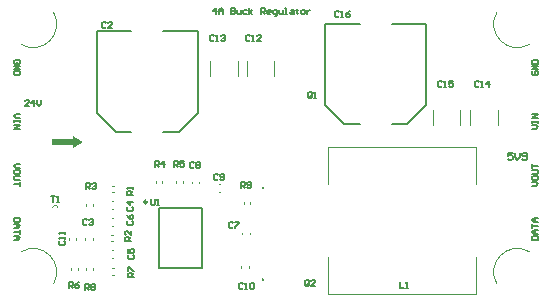
<source format=gto>
G04 Layer_Color=16777215*
%FSAX44Y44*%
%MOMM*%
G71*
G01*
G75*
%ADD24C,0.1270*%
%ADD39C,0.2500*%
%ADD40C,0.1016*%
G36*
X06934987Y08414487D02*
X06935269Y08414206D01*
X06935421Y08413839D01*
Y08413640D01*
Y08413441D01*
X06935269Y08413073D01*
X06934987Y08412792D01*
X06934619Y08412640D01*
X06934222D01*
X06933854Y08412792D01*
X06933573Y08413073D01*
X06933420Y08413441D01*
Y08413640D01*
Y08413839D01*
X06933573Y08414206D01*
X06933854Y08414487D01*
X06934222Y08414640D01*
X06934619D01*
X06934987Y08414487D01*
D02*
G37*
G36*
Y08491950D02*
X06935269Y08491669D01*
X06935421Y08491301D01*
Y08491102D01*
Y08490903D01*
X06935269Y08490536D01*
X06934987Y08490255D01*
X06934619Y08490103D01*
X06934222D01*
X06933854Y08490255D01*
X06933573Y08490536D01*
X06933420Y08490903D01*
Y08491102D01*
Y08491301D01*
X06933573Y08491669D01*
X06933854Y08491950D01*
X06934222Y08492103D01*
X06934619D01*
X06934987Y08491950D01*
D02*
G37*
G36*
X06782500Y08530000D02*
X06773750Y08525000D01*
Y08527500D01*
X06756250D01*
Y08532250D01*
X06773750D01*
Y08535000D01*
X06782500Y08530000D01*
D02*
G37*
D24*
X06846214Y08423288D02*
X06883214D01*
X06846214Y08474288D02*
X06883214D01*
Y08423288D02*
Y08474288D01*
X06846214Y08423288D02*
Y08474288D01*
X06879250Y08554750D02*
Y08623750D01*
X06850250D02*
X06879250D01*
X06794250D02*
X06823250D01*
X06794250Y08554750D02*
Y08623750D01*
X06850250Y08538750D02*
X06863250D01*
X06879250Y08554750D01*
X06794250D02*
X06810250Y08538750D01*
X06823250D01*
X07003499Y08545316D02*
X07016499D01*
X06987499Y08561316D02*
X07003499Y08545316D01*
X07056499D02*
X07072499Y08561316D01*
X07043499Y08545316D02*
X07056499D01*
X06987499Y08561316D02*
Y08630316D01*
X07016499D01*
X07043499D02*
X07072499D01*
Y08561316D02*
Y08630316D01*
X06895007Y08638480D02*
Y08643558D01*
X06892468Y08641019D01*
X06895853D01*
X06897546Y08638480D02*
Y08641866D01*
X06899239Y08643558D01*
X06900931Y08641866D01*
Y08638480D01*
Y08641019D01*
X06897546D01*
X06907703Y08643558D02*
Y08638480D01*
X06910242D01*
X06911088Y08639327D01*
Y08640173D01*
X06910242Y08641019D01*
X06907703D01*
X06910242D01*
X06911088Y08641866D01*
Y08642712D01*
X06910242Y08643558D01*
X06907703D01*
X06912781Y08641866D02*
Y08639327D01*
X06913627Y08638480D01*
X06916167D01*
Y08641866D01*
X06921245D02*
X06918706D01*
X06917859Y08641019D01*
Y08639327D01*
X06918706Y08638480D01*
X06921245D01*
X06922938D02*
Y08643558D01*
Y08640173D02*
X06925477Y08641866D01*
X06922938Y08640173D02*
X06925477Y08638480D01*
X06933094D02*
Y08643558D01*
X06935634D01*
X06936480Y08642712D01*
Y08641019D01*
X06935634Y08640173D01*
X06933094D01*
X06934788D02*
X06936480Y08638480D01*
X06940712D02*
X06939019D01*
X06938173Y08639327D01*
Y08641019D01*
X06939019Y08641866D01*
X06940712D01*
X06941558Y08641019D01*
Y08640173D01*
X06938173D01*
X06944944Y08636787D02*
X06945790D01*
X06946637Y08637634D01*
Y08641866D01*
X06944098D01*
X06943251Y08641019D01*
Y08639327D01*
X06944098Y08638480D01*
X06946637D01*
X06948329Y08641866D02*
Y08639327D01*
X06949176Y08638480D01*
X06951715D01*
Y08641866D01*
X06953408Y08638480D02*
X06955101D01*
X06954254D01*
Y08643558D01*
X06953408D01*
X06958486Y08641866D02*
X06960179D01*
X06961025Y08641019D01*
Y08638480D01*
X06958486D01*
X06957640Y08639327D01*
X06958486Y08640173D01*
X06961025D01*
X06963564Y08642712D02*
Y08641866D01*
X06962719D01*
X06964411D01*
X06963564D01*
Y08639327D01*
X06964411Y08638480D01*
X06967797D02*
X06969490D01*
X06970336Y08639327D01*
Y08641019D01*
X06969490Y08641866D01*
X06967797D01*
X06966950Y08641019D01*
Y08639327D01*
X06967797Y08638480D01*
X06972029Y08641866D02*
Y08638480D01*
Y08640173D01*
X06972875Y08641019D01*
X06973721Y08641866D01*
X06974568D01*
X06916132Y08490805D02*
Y08495884D01*
X06918671D01*
X06919517Y08495037D01*
Y08493345D01*
X06918671Y08492498D01*
X06916132D01*
X06917824D02*
X06919517Y08490805D01*
X06921210Y08491652D02*
X06922056Y08490805D01*
X06923749D01*
X06924595Y08491652D01*
Y08495037D01*
X06923749Y08495884D01*
X06922056D01*
X06921210Y08495037D01*
Y08494191D01*
X06922056Y08493345D01*
X06924595D01*
X06839714Y08481828D02*
Y08477596D01*
X06840560Y08476750D01*
X06842253D01*
X06843099Y08477596D01*
Y08481828D01*
X06844792Y08476750D02*
X06846485D01*
X06845639D01*
Y08481828D01*
X06844792Y08480982D01*
X06825214Y08415750D02*
X06820135D01*
Y08418289D01*
X06820982Y08419136D01*
X06822675D01*
X06823521Y08418289D01*
Y08415750D01*
Y08417443D02*
X06825214Y08419136D01*
X06820135Y08420828D02*
Y08424214D01*
X06820982D01*
X06824368Y08420828D01*
X06825214D01*
X06784343Y08405098D02*
Y08410176D01*
X06786882D01*
X06787729Y08409330D01*
Y08407637D01*
X06786882Y08406791D01*
X06784343D01*
X06786036D02*
X06787729Y08405098D01*
X06789421Y08409330D02*
X06790268Y08410176D01*
X06791960D01*
X06792807Y08409330D01*
Y08408483D01*
X06791960Y08407637D01*
X06792807Y08406791D01*
Y08405944D01*
X06791960Y08405098D01*
X06790268D01*
X06789421Y08405944D01*
Y08406791D01*
X06790268Y08407637D01*
X06789421Y08408483D01*
Y08409330D01*
X06790268Y08407637D02*
X06791960D01*
X06770714Y08406165D02*
Y08411243D01*
X06773253D01*
X06774100Y08410397D01*
Y08408704D01*
X06773253Y08407858D01*
X06770714D01*
X06772407D02*
X06774100Y08406165D01*
X06779178Y08411243D02*
X06777485Y08410397D01*
X06775792Y08408704D01*
Y08407011D01*
X06776639Y08406165D01*
X06778331D01*
X06779178Y08407011D01*
Y08407858D01*
X06778331Y08408704D01*
X06775792D01*
X06823214Y08446000D02*
X06818135D01*
Y08448539D01*
X06818982Y08449385D01*
X06820675D01*
X06821521Y08448539D01*
Y08446000D01*
Y08447693D02*
X06823214Y08449385D01*
Y08454464D02*
Y08451078D01*
X06819828Y08454464D01*
X06818982D01*
X06818135Y08453618D01*
Y08451925D01*
X06818982Y08451078D01*
X06859651Y08508687D02*
Y08513765D01*
X06862190D01*
X06863036Y08512919D01*
Y08511226D01*
X06862190Y08510380D01*
X06859651D01*
X06861344D02*
X06863036Y08508687D01*
X06868115Y08513765D02*
X06864729D01*
Y08511226D01*
X06866422Y08512073D01*
X06867269D01*
X06868115Y08511226D01*
Y08509534D01*
X06867269Y08508687D01*
X06865576D01*
X06864729Y08509534D01*
X06842887Y08508738D02*
Y08513817D01*
X06845426D01*
X06846273Y08512970D01*
Y08511277D01*
X06845426Y08510431D01*
X06842887D01*
X06844580D02*
X06846273Y08508738D01*
X06850505D02*
Y08513817D01*
X06847965Y08511277D01*
X06851351D01*
X06824714Y08485250D02*
X06819636D01*
Y08487789D01*
X06820482Y08488636D01*
X06822175D01*
X06823021Y08487789D01*
Y08485250D01*
Y08486943D02*
X06824714Y08488636D01*
Y08490328D02*
Y08492021D01*
Y08491175D01*
X06819636D01*
X06820482Y08490328D01*
X06784964Y08490208D02*
Y08495286D01*
X06787503D01*
X06788350Y08494440D01*
Y08492747D01*
X06787503Y08491900D01*
X06784964D01*
X06786657D02*
X06788350Y08490208D01*
X06790042Y08494440D02*
X06790889Y08495286D01*
X06792582D01*
X06793428Y08494440D01*
Y08493593D01*
X06792582Y08492747D01*
X06791735D01*
X06792582D01*
X06793428Y08491900D01*
Y08491054D01*
X06792582Y08490208D01*
X06790889D01*
X06790042Y08491054D01*
X06973849Y08409346D02*
Y08412732D01*
X06973003Y08413578D01*
X06971310D01*
X06970464Y08412732D01*
Y08409346D01*
X06971310Y08408500D01*
X06973003D01*
X06972157Y08410193D02*
X06973849Y08408500D01*
X06973003D02*
X06973849Y08409346D01*
X06978928Y08408500D02*
X06975543D01*
X06978928Y08411885D01*
Y08412732D01*
X06978082Y08413578D01*
X06976389D01*
X06975543Y08412732D01*
X06975850Y08567938D02*
Y08571323D01*
X06975003Y08572170D01*
X06973311D01*
X06972464Y08571323D01*
Y08567938D01*
X06973311Y08567091D01*
X06975003D01*
X06974157Y08568784D02*
X06975850Y08567091D01*
X06975003D02*
X06975850Y08567938D01*
X06977542Y08567091D02*
X06979235D01*
X06978389D01*
Y08572170D01*
X06977542Y08571323D01*
X07050972Y08411586D02*
Y08406508D01*
X07054357D01*
X07056050D02*
X07057743D01*
X07056897D01*
Y08411586D01*
X07056050Y08410740D01*
X06998667Y08640566D02*
X06997821Y08641412D01*
X06996128D01*
X06995281Y08640566D01*
Y08637180D01*
X06996128Y08636334D01*
X06997821D01*
X06998667Y08637180D01*
X07000360Y08636334D02*
X07002053D01*
X07001206D01*
Y08641412D01*
X07000360Y08640566D01*
X07007977Y08641412D02*
X07006285Y08640566D01*
X07004592Y08638873D01*
Y08637180D01*
X07005438Y08636334D01*
X07007131D01*
X07007977Y08637180D01*
Y08638027D01*
X07007131Y08638873D01*
X07004592D01*
X06893135Y08619633D02*
X06892289Y08620479D01*
X06890596D01*
X06889750Y08619633D01*
Y08616247D01*
X06890596Y08615400D01*
X06892289D01*
X06893135Y08616247D01*
X06894828Y08615400D02*
X06896521D01*
X06895675D01*
Y08620479D01*
X06894828Y08619633D01*
X06899060D02*
X06899907Y08620479D01*
X06901600D01*
X06902446Y08619633D01*
Y08618786D01*
X06901600Y08617940D01*
X06900753D01*
X06901600D01*
X06902446Y08617094D01*
Y08616247D01*
X06901600Y08615400D01*
X06899907D01*
X06899060Y08616247D01*
X06923616Y08619455D02*
X06922769Y08620301D01*
X06921077D01*
X06920230Y08619455D01*
Y08616069D01*
X06921077Y08615223D01*
X06922769D01*
X06923616Y08616069D01*
X06925308Y08615223D02*
X06927001D01*
X06926155D01*
Y08620301D01*
X06925308Y08619455D01*
X06932926Y08615223D02*
X06929540D01*
X06932926Y08618608D01*
Y08619455D01*
X06932079Y08620301D01*
X06930387D01*
X06929540Y08619455D01*
X06762939Y08446385D02*
X06762093Y08445539D01*
Y08443846D01*
X06762939Y08443000D01*
X06766325D01*
X06767172Y08443846D01*
Y08445539D01*
X06766325Y08446385D01*
X06767172Y08448079D02*
Y08449771D01*
Y08448925D01*
X06762093D01*
X06762939Y08448079D01*
X06767172Y08452310D02*
Y08454003D01*
Y08453157D01*
X06762093D01*
X06762939Y08452310D01*
X06917850Y08409982D02*
X06917003Y08410828D01*
X06915311D01*
X06914464Y08409982D01*
Y08406597D01*
X06915311Y08405750D01*
X06917003D01*
X06917850Y08406597D01*
X06919542Y08405750D02*
X06921235D01*
X06920389D01*
Y08410828D01*
X06919542Y08409982D01*
X06923774D02*
X06924621Y08410828D01*
X06926313D01*
X06927160Y08409982D01*
Y08406597D01*
X06926313Y08405750D01*
X06924621D01*
X06923774Y08406597D01*
Y08409982D01*
X06909495Y08461476D02*
X06908649Y08462323D01*
X06906956D01*
X06906110Y08461476D01*
Y08458091D01*
X06906956Y08457245D01*
X06908649D01*
X06909495Y08458091D01*
X06911188Y08462323D02*
X06914573D01*
Y08461476D01*
X06911188Y08458091D01*
Y08457245D01*
X06896442Y08502238D02*
X06895596Y08503085D01*
X06893903D01*
X06893057Y08502238D01*
Y08498853D01*
X06893903Y08498007D01*
X06895596D01*
X06896442Y08498853D01*
X06898135D02*
X06898982Y08498007D01*
X06900674D01*
X06901521Y08498853D01*
Y08502238D01*
X06900674Y08503085D01*
X06898982D01*
X06898135Y08502238D01*
Y08501392D01*
X06898982Y08500546D01*
X06901521D01*
X06785850Y08464482D02*
X06785003Y08465328D01*
X06783311D01*
X06782464Y08464482D01*
Y08461096D01*
X06783311Y08460250D01*
X06785003D01*
X06785850Y08461096D01*
X06787542Y08464482D02*
X06788389Y08465328D01*
X06790082D01*
X06790928Y08464482D01*
Y08463636D01*
X06790082Y08462789D01*
X06789235D01*
X06790082D01*
X06790928Y08461943D01*
Y08461096D01*
X06790082Y08460250D01*
X06788389D01*
X06787542Y08461096D01*
X06876630Y08512602D02*
X06875783Y08513448D01*
X06874091D01*
X06873244Y08512602D01*
Y08509216D01*
X06874091Y08508370D01*
X06875783D01*
X06876630Y08509216D01*
X06878322Y08512602D02*
X06879169Y08513448D01*
X06880862D01*
X06881708Y08512602D01*
Y08511755D01*
X06880862Y08510909D01*
X06881708Y08510063D01*
Y08509216D01*
X06880862Y08508370D01*
X06879169D01*
X06878322Y08509216D01*
Y08510063D01*
X06879169Y08510909D01*
X06878322Y08511755D01*
Y08512602D01*
X06879169Y08510909D02*
X06880862D01*
X06820732Y08474886D02*
X06819886Y08474039D01*
Y08472346D01*
X06820732Y08471500D01*
X06824117D01*
X06824964Y08472346D01*
Y08474039D01*
X06824117Y08474886D01*
X06824964Y08479117D02*
X06819886D01*
X06822425Y08476578D01*
Y08479964D01*
X06820232Y08462886D02*
X06819385Y08462039D01*
Y08460347D01*
X06820232Y08459500D01*
X06823618D01*
X06824464Y08460347D01*
Y08462039D01*
X06823618Y08462886D01*
X06819385Y08467964D02*
X06820232Y08466271D01*
X06821925Y08464578D01*
X06823618D01*
X06824464Y08465425D01*
Y08467117D01*
X06823618Y08467964D01*
X06822771D01*
X06821925Y08467117D01*
Y08464578D01*
X06821568Y08434385D02*
X06820721Y08433539D01*
Y08431846D01*
X06821568Y08431000D01*
X06824953D01*
X06825800Y08431846D01*
Y08433539D01*
X06824953Y08434385D01*
X06820721Y08439464D02*
Y08436078D01*
X06823260D01*
X06822414Y08437771D01*
Y08438618D01*
X06823260Y08439464D01*
X06824953D01*
X06825800Y08438618D01*
Y08436925D01*
X06824953Y08436078D01*
X07117394Y08581048D02*
X07116548Y08581895D01*
X07114855D01*
X07114009Y08581048D01*
Y08577662D01*
X07114855Y08576816D01*
X07116548D01*
X07117394Y08577662D01*
X07119087Y08576816D02*
X07120779D01*
X07119933D01*
Y08581895D01*
X07119087Y08581048D01*
X07125858Y08576816D02*
Y08581895D01*
X07123319Y08579355D01*
X07126704D01*
X07086425Y08580548D02*
X07085578Y08581395D01*
X07083885D01*
X07083039Y08580548D01*
Y08577162D01*
X07083885Y08576316D01*
X07085578D01*
X07086425Y08577162D01*
X07088118Y08576316D02*
X07089810D01*
X07088964D01*
Y08581395D01*
X07088118Y08580548D01*
X07095735Y08581395D02*
X07092349D01*
Y08578856D01*
X07094042Y08579702D01*
X07094889D01*
X07095735Y08578856D01*
Y08577162D01*
X07094889Y08576316D01*
X07093196D01*
X07092349Y08577162D01*
X06801666Y08630982D02*
X06800820Y08631829D01*
X06799127D01*
X06798281Y08630982D01*
Y08627596D01*
X06799127Y08626750D01*
X06800820D01*
X06801666Y08627596D01*
X06806745Y08626750D02*
X06803359D01*
X06806745Y08630135D01*
Y08630982D01*
X06805898Y08631829D01*
X06804205D01*
X06803359Y08630982D01*
X06755108Y08484423D02*
X06758494D01*
X06756801D01*
Y08479344D01*
X06760186D02*
X06761879D01*
X06761033D01*
Y08484423D01*
X06760186Y08483576D01*
X07145938Y08521190D02*
X07141874D01*
Y08518143D01*
X07143906Y08519159D01*
X07144922D01*
X07145938Y08518143D01*
Y08516111D01*
X07144922Y08515096D01*
X07142890D01*
X07141874Y08516111D01*
X07147969Y08521190D02*
Y08517127D01*
X07150000Y08515096D01*
X07152031Y08517127D01*
Y08521190D01*
X07154062Y08516111D02*
X07155078Y08515096D01*
X07157109D01*
X07158125Y08516111D01*
Y08520175D01*
X07157109Y08521190D01*
X07155078D01*
X07154062Y08520175D01*
Y08519159D01*
X07155078Y08518143D01*
X07158125D01*
X06727970Y08596586D02*
X06728817Y08597432D01*
Y08599125D01*
X06727970Y08599971D01*
X06724584D01*
X06723738Y08599125D01*
Y08597432D01*
X06724584Y08596586D01*
X06726277D01*
Y08598278D01*
X06723738Y08594893D02*
X06728817D01*
X06723738Y08591508D01*
X06728817D01*
Y08589814D02*
X06723738D01*
Y08587275D01*
X06724584Y08586429D01*
X06727970D01*
X06728817Y08587275D01*
Y08589814D01*
X06728817Y08554081D02*
X06725431D01*
X06723738Y08552388D01*
X06725431Y08550696D01*
X06728817D01*
Y08549003D02*
Y08547310D01*
Y08548157D01*
X06723738D01*
Y08549003D01*
Y08547310D01*
Y08544771D02*
X06728817D01*
X06723738Y08541385D01*
X06728817D01*
X07162120Y08493290D02*
X07165505D01*
X07167198Y08494982D01*
X07165505Y08496675D01*
X07162120D01*
Y08500908D02*
Y08499214D01*
X07162966Y08498368D01*
X07166351D01*
X07167198Y08499214D01*
Y08500908D01*
X07166351Y08501754D01*
X07162966D01*
X07162120Y08500908D01*
Y08503447D02*
X07166351D01*
X07167198Y08504293D01*
Y08505986D01*
X07166351Y08506832D01*
X07162120D01*
Y08508525D02*
Y08511910D01*
Y08510218D01*
X07167198D01*
X06728817Y08466110D02*
X06723738D01*
Y08463571D01*
X06724584Y08462725D01*
X06727970D01*
X06728817Y08463571D01*
Y08466110D01*
X06723738Y08461032D02*
X06727123D01*
X06728817Y08459339D01*
X06727123Y08457646D01*
X06723738D01*
X06726277D01*
Y08461032D01*
X06728817Y08455954D02*
Y08452568D01*
Y08454261D01*
X06723738D01*
Y08450875D02*
X06727123D01*
X06728817Y08449183D01*
X06727123Y08447490D01*
X06723738D01*
X06726277D01*
Y08450875D01*
X07162966Y08589814D02*
X07162120Y08588968D01*
Y08587275D01*
X07162966Y08586429D01*
X07166351D01*
X07167198Y08587275D01*
Y08588968D01*
X07166351Y08589814D01*
X07164659D01*
Y08588122D01*
X07167198Y08591508D02*
X07162120D01*
X07167198Y08594893D01*
X07162120D01*
Y08596586D02*
X07167198D01*
Y08599125D01*
X07166351Y08599971D01*
X07162966D01*
X07162120Y08599125D01*
Y08596586D01*
Y08447490D02*
X07167198D01*
Y08450029D01*
X07166351Y08450875D01*
X07162966D01*
X07162120Y08450029D01*
Y08447490D01*
X07167198Y08452568D02*
X07163812D01*
X07162120Y08454261D01*
X07163812Y08455954D01*
X07167198D01*
X07164659D01*
Y08452568D01*
X07162120Y08457646D02*
Y08461032D01*
Y08459339D01*
X07167198D01*
Y08462725D02*
X07163812D01*
X07162120Y08464418D01*
X07163812Y08466110D01*
X07167198D01*
X07164659D01*
Y08462725D01*
X06736614Y08560750D02*
X06733229D01*
X06736614Y08564136D01*
Y08564982D01*
X06735768Y08565828D01*
X06734075D01*
X06733229Y08564982D01*
X06740847Y08560750D02*
Y08565828D01*
X06738307Y08563289D01*
X06741693D01*
X06743386Y08565828D02*
Y08562443D01*
X06745078Y08560750D01*
X06746771Y08562443D01*
Y08565828D01*
X06728817Y08511577D02*
X06725431D01*
X06723738Y08509884D01*
X06725431Y08508192D01*
X06728817D01*
Y08503959D02*
Y08505652D01*
X06727970Y08506498D01*
X06724584D01*
X06723738Y08505652D01*
Y08503959D01*
X06724584Y08503113D01*
X06727970D01*
X06728817Y08503959D01*
Y08501420D02*
X06724584D01*
X06723738Y08500574D01*
Y08498881D01*
X06724584Y08498035D01*
X06728817D01*
Y08496342D02*
Y08492957D01*
Y08494649D01*
X06723738D01*
X07162120Y08541052D02*
X07165505D01*
X07167198Y08542745D01*
X07165505Y08544438D01*
X07162120D01*
Y08546130D02*
Y08547823D01*
Y08546977D01*
X07167198D01*
Y08546130D01*
Y08547823D01*
Y08550363D02*
X07162120D01*
X07167198Y08553748D01*
X07162120D01*
D39*
X06836464Y08479288D02*
G03*
X06836464Y08479288I-00001250J00000000D01*
G01*
D40*
X06760814Y08474500D02*
G03*
X06756750Y08474500I-00002032J-00000147D01*
G01*
X06730000Y08612679D02*
G03*
X06757321Y08640000I00010000J00017320D01*
G01*
X07132679D02*
G03*
X07160000Y08612679I00017320J-00010000D01*
G01*
X07160000Y08437321D02*
G03*
X07132679Y08410000I-00010000J-00017320D01*
G01*
X06757321D02*
G03*
X06730000Y08437321I-00017320J00010000D01*
G01*
X06923714Y08477330D02*
Y08479330D01*
X06918214Y08477330D02*
Y08479330D01*
X06990057Y08526258D02*
X07115057D01*
X06990057Y08401258D02*
X07115057D01*
X06990057Y08494766D02*
Y08526258D01*
X07115057Y08494766D02*
Y08526258D01*
X06990057Y08401258D02*
Y08432750D01*
X07115057Y08401258D02*
Y08432750D01*
X06790671Y08421458D02*
Y08423458D01*
X06785172Y08421458D02*
Y08423458D01*
X06806464Y08417750D02*
X06808464D01*
X06806464Y08423250D02*
X06808464D01*
X06777629Y08421458D02*
Y08423458D01*
X06772129Y08421458D02*
Y08423458D01*
X06866672Y08495081D02*
Y08497080D01*
X06861171Y08495081D02*
Y08497080D01*
X06849464Y08495081D02*
Y08497080D01*
X06843964Y08495081D02*
Y08497080D01*
X06790671Y08476000D02*
Y08478000D01*
X06785172Y08476000D02*
Y08478000D01*
X06805964Y08451793D02*
X06807964D01*
X06805964Y08446293D02*
X06807964D01*
X06806464Y08492920D02*
X06808464D01*
X06806464Y08487420D02*
X06808464D01*
X07101741Y08544566D02*
Y08557566D01*
X07078242Y08544566D02*
Y08557566D01*
X07133253Y08544566D02*
Y08557566D01*
X07109753Y08544566D02*
Y08557566D01*
X06913168Y08585750D02*
Y08598750D01*
X06889667Y08585750D02*
Y08598750D01*
X06944210Y08585750D02*
Y08598750D01*
X06920710Y08585750D02*
Y08598750D01*
X06776629Y08447500D02*
Y08448500D01*
X06770129Y08447500D02*
Y08448500D01*
X06915964Y08423750D02*
Y08424750D01*
X06922464Y08423750D02*
Y08424750D01*
X06897007Y08494698D02*
X06898007D01*
X06897007Y08488199D02*
X06898007D01*
X06874214Y08495580D02*
Y08496580D01*
X06880714Y08495580D02*
Y08496580D01*
X06917214Y08452288D02*
Y08453288D01*
X06923714Y08452288D02*
Y08453288D01*
X06806964Y08465835D02*
X06807964D01*
X06806964Y08459335D02*
X06807964D01*
X06806964Y08432250D02*
X06807964D01*
X06806964Y08438750D02*
X06807964D01*
X06806964Y08479877D02*
X06807964D01*
X06806964Y08473378D02*
X06807964D01*
X06790671Y08447500D02*
Y08448500D01*
X06784172Y08447500D02*
Y08448500D01*
M02*

</source>
